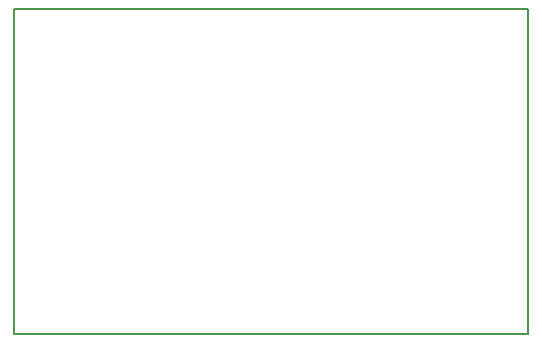
<source format=gko>
G04*
G04 #@! TF.GenerationSoftware,Altium Limited,Altium Designer,22.2.1 (43)*
G04*
G04 Layer_Color=16711935*
%FSLAX25Y25*%
%MOIN*%
G70*
G04*
G04 #@! TF.SameCoordinates,5D5B1899-6389-410F-A5DA-9F547DEB4AAD*
G04*
G04*
G04 #@! TF.FilePolarity,Positive*
G04*
G01*
G75*
%ADD10C,0.00787*%
D10*
X391732Y250000D02*
Y358268D01*
Y250000D02*
X562992D01*
Y358268D01*
X391732D02*
X562992D01*
M02*

</source>
